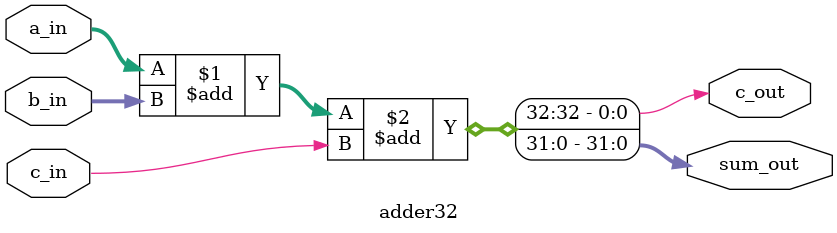
<source format=v>

module adder32(       
  // module head: verillog-2001 format
  input  wire [31:0] a_in,
  input  wire [31:0] b_in,
  input  wire [ 0:0] c_in,     // carry in
  output wire [31:0] sum_out,
  output wire [ 0:0] c_out     // carry out
);

  // behavior of the adder can be synthesizable
  // "assign" means connectivity
  assign {c_out, sum_out} = a_in + b_in + c_in;

endmodule

</source>
